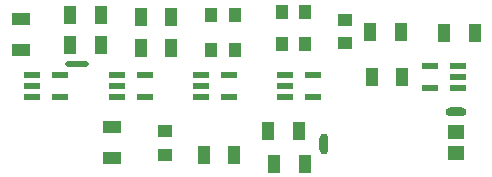
<source format=gtp>
G04*
G04 #@! TF.GenerationSoftware,Altium Limited,Altium Designer,21.4.1 (30)*
G04*
G04 Layer_Color=8421504*
%FSLAX25Y25*%
%MOIN*%
G70*
G04*
G04 #@! TF.SameCoordinates,34362008-6013-40ED-8967-B93A8513BE85*
G04*
G04*
G04 #@! TF.FilePolarity,Positive*
G04*
G01*
G75*
%ADD14R,0.03937X0.06102*%
%ADD15R,0.05800X0.02200*%
%ADD16R,0.06102X0.03937*%
%ADD17R,0.05315X0.04528*%
%ADD18R,0.05118X0.03937*%
%ADD19R,0.03937X0.05118*%
%ADD20O,0.07000X0.03000*%
%ADD21O,0.03000X0.07000*%
%ADD22O,0.08000X0.02000*%
D14*
X512382Y157500D02*
D03*
X522618D02*
D03*
X622728Y152000D02*
D03*
X612492D02*
D03*
X612937Y137000D02*
D03*
X623173D02*
D03*
X647368Y151601D02*
D03*
X637132D02*
D03*
X535882Y146500D02*
D03*
X546118D02*
D03*
X580394Y108000D02*
D03*
X590630D02*
D03*
X546118Y157000D02*
D03*
X535882D02*
D03*
X522618Y147500D02*
D03*
X512382D02*
D03*
X567118Y111000D02*
D03*
X556882D02*
D03*
X588618Y119000D02*
D03*
X578382D02*
D03*
D15*
X641700Y133300D02*
D03*
Y137000D02*
D03*
Y140700D02*
D03*
X632300D02*
D03*
Y133300D02*
D03*
X499800Y137700D02*
D03*
Y134000D02*
D03*
Y130300D02*
D03*
X509200D02*
D03*
Y137700D02*
D03*
X527900D02*
D03*
Y134000D02*
D03*
Y130300D02*
D03*
X537300D02*
D03*
Y137700D02*
D03*
X584100D02*
D03*
Y134000D02*
D03*
Y130300D02*
D03*
X593500D02*
D03*
Y137700D02*
D03*
X556000D02*
D03*
Y134000D02*
D03*
Y130300D02*
D03*
X565400D02*
D03*
Y137700D02*
D03*
D16*
X526500Y120064D02*
D03*
Y109828D02*
D03*
X496000Y145882D02*
D03*
Y156118D02*
D03*
D17*
X641000Y111555D02*
D03*
Y118445D02*
D03*
D18*
X544054Y118883D02*
D03*
Y111009D02*
D03*
X604000Y155937D02*
D03*
Y148063D02*
D03*
D19*
X590787Y148000D02*
D03*
X582913D02*
D03*
X567287Y146000D02*
D03*
X559413D02*
D03*
X590787Y158500D02*
D03*
X582913D02*
D03*
X559413Y157598D02*
D03*
X567287D02*
D03*
D20*
X641121Y125113D02*
D03*
D21*
X597000Y114500D02*
D03*
D22*
X514728Y141105D02*
D03*
M02*

</source>
